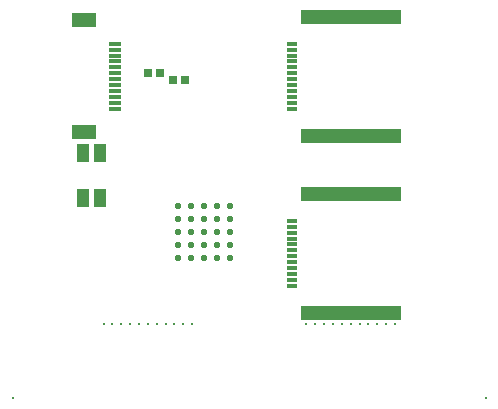
<source format=gbr>
%TF.GenerationSoftware,Altium Limited,Altium Designer,23.5.1 (21)*%
G04 Layer_Color=16711935*
%FSLAX45Y45*%
%MOMM*%
%TF.SameCoordinates,8EFB5E64-3944-4511-97F7-C7C57B94F044*%
%TF.FilePolarity,Negative*%
%TF.FileFunction,Soldermask,Bot*%
%TF.Part,CustomerPanel*%
G01*
G75*
%TA.AperFunction,ConnectorPad*%
%ADD41R,0.90080X0.35080*%
%ADD42R,1.10080X0.33080*%
%TA.AperFunction,SMDPad,CuDef*%
%ADD43R,0.65080X0.65080*%
%TA.AperFunction,WasherPad*%
%ADD55R,0.20320X0.20320*%
%ADD56C,0.20320*%
%TA.AperFunction,ConnectorPad*%
%ADD57R,8.55080X1.25080*%
%ADD58R,2.00080X1.25080*%
%TA.AperFunction,ComponentPad*%
%ADD59C,0.70080*%
%TA.AperFunction,ViaPad*%
%ADD60C,0.55080*%
%TA.AperFunction,SMDPad,CuDef*%
%ADD61R,1.05080X1.65080*%
D41*
X2707500Y2824997D02*
D03*
Y2874997D02*
D03*
Y2924997D02*
D03*
Y2974997D02*
D03*
Y3024997D02*
D03*
Y3074997D02*
D03*
Y3124997D02*
D03*
Y3174997D02*
D03*
Y3224997D02*
D03*
Y3274997D02*
D03*
Y3324997D02*
D03*
Y3374997D02*
D03*
Y1874997D02*
D03*
Y1824997D02*
D03*
Y1774997D02*
D03*
Y1724997D02*
D03*
Y1674997D02*
D03*
Y1624997D02*
D03*
Y1574997D02*
D03*
Y1524997D02*
D03*
Y1474997D02*
D03*
Y1424997D02*
D03*
Y1374997D02*
D03*
Y1324997D02*
D03*
D42*
X1215000Y3374997D02*
D03*
Y3324997D02*
D03*
Y3274997D02*
D03*
Y3224997D02*
D03*
Y3174997D02*
D03*
Y3124997D02*
D03*
Y3074997D02*
D03*
Y3024997D02*
D03*
Y2974997D02*
D03*
Y2924997D02*
D03*
Y2874997D02*
D03*
Y2824997D02*
D03*
D43*
X1805000Y3067497D02*
D03*
X1705000D02*
D03*
X1595000Y3124997D02*
D03*
X1495000D02*
D03*
D55*
X4350000Y375000D02*
D03*
X350000Y374997D02*
D03*
D56*
X3509000Y999999D02*
D03*
X3584000Y1000000D02*
D03*
X3359000Y999999D02*
D03*
X3434000D02*
D03*
X3209000D02*
D03*
X3284000Y1000000D02*
D03*
X3059000Y999999D02*
D03*
X3134000D02*
D03*
X2909000D02*
D03*
X2984000D02*
D03*
X2834000D02*
D03*
X1191000Y999997D02*
D03*
X1116000D02*
D03*
X1341000D02*
D03*
X1266000D02*
D03*
X1491000D02*
D03*
X1416000D02*
D03*
X1641000D02*
D03*
X1566000D02*
D03*
X1791000D02*
D03*
X1716000D02*
D03*
X1866000D02*
D03*
D57*
X3207500Y3604997D02*
D03*
Y2594997D02*
D03*
Y1094997D02*
D03*
Y2104997D02*
D03*
D58*
X950000Y3574997D02*
D03*
Y2624997D02*
D03*
D59*
X932486Y2059973D02*
D03*
X932485Y2464972D02*
D03*
D60*
X2190000Y1559997D02*
D03*
X2080000D02*
D03*
X1970000D02*
D03*
X1860000D02*
D03*
X1750000D02*
D03*
X2190000Y1669997D02*
D03*
X2080000D02*
D03*
X1970000D02*
D03*
X1860000D02*
D03*
X1750000D02*
D03*
X2190000Y1779997D02*
D03*
X2080000D02*
D03*
X1970000D02*
D03*
X1860000D02*
D03*
X1750000D02*
D03*
X2190000Y1889997D02*
D03*
X2080000D02*
D03*
X1970000D02*
D03*
X1860000D02*
D03*
X1750000D02*
D03*
X2190000Y1999997D02*
D03*
X2080000D02*
D03*
X1970000D02*
D03*
X1860000D02*
D03*
X1750000D02*
D03*
D61*
X942485Y2452472D02*
D03*
Y2072473D02*
D03*
X1082485Y2452472D02*
D03*
X1082486Y2072473D02*
D03*
%TF.MD5,86dcfa23987b9065a33f2e18b68b2c87*%
M02*

</source>
